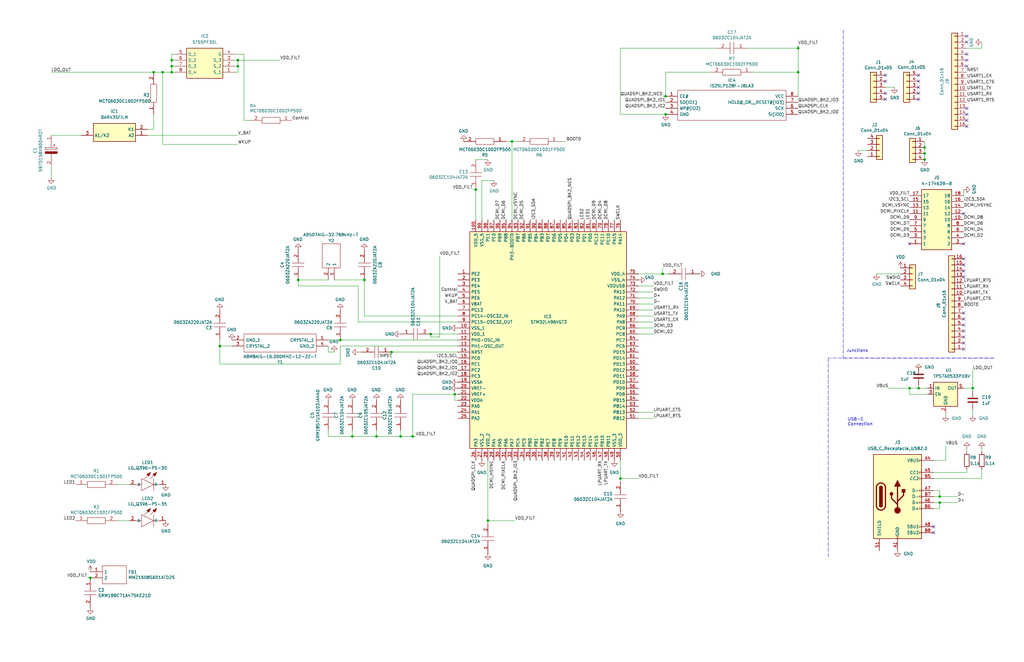
<source format=kicad_sch>
(kicad_sch (version 20231120) (generator "eeschema") (generator_version "8.0")
  (paper "User" 431.8 279.4)
  (junction (at 158.75 184.15))
  (junction (at 125.73 118.11))
  (junction (at 173.99 184.15))
  (junction (at 279.4 115.57))
  (junction (at 387.35 163.83))
  (junction (at 64.77 30.48))
  (junction (at 181.61 140.97))
  (junction (at 280.67 40.64))
  (junction (at 261.62 201.93))
  (junction (at 72.39 25.4))
  (junction (at 200.66 80.01))
  (junction (at 100.33 25.4))
  (junction (at 165.1 148.59))
  (junction (at 100.33 27.94))
  (junction (at 215.9 59.69))
  (junction (at 38.1 243.84))
  (junction (at 168.91 184.15))
  (junction (at 68.58 30.48))
  (junction (at 396.24 209.55))
  (junction (at 389.89 67.31))
  (junction (at 153.67 118.11))
  (junction (at 383.54 163.83))
  (junction (at 280.67 48.26))
  (junction (at 389.89 64.77))
  (junction (at 389.89 62.23))
  (junction (at 191.77 166.37))
  (junction (at 143.51 143.51))
  (junction (at 410.21 163.83))
  (junction (at 92.71 146.05))
  (junction (at 72.39 30.48))
  (junction (at 72.39 27.94))
  (junction (at 396.24 212.09))
  (junction (at 148.59 184.15))
  (junction (at 336.55 20.32))
  (junction (at 205.74 219.71))
  (junction (at 336.55 30.48))
  (no_connect (at 406.4 132.08))
  (no_connect (at 406.4 111.76))
  (no_connect (at 407.67 48.26))
  (no_connect (at 407.67 25.4))
  (no_connect (at 383.54 102.87))
  (no_connect (at 387.35 31.75))
  (no_connect (at 387.35 41.91))
  (no_connect (at 406.4 134.62))
  (no_connect (at 406.4 109.22))
  (no_connect (at 406.4 102.87))
  (no_connect (at 406.4 139.7))
  (no_connect (at 406.4 142.24))
  (no_connect (at 373.38 41.91))
  (no_connect (at 373.38 34.29))
  (no_connect (at 407.67 27.94))
  (no_connect (at 407.67 15.24))
  (no_connect (at 393.7 224.79))
  (no_connect (at 393.7 222.25))
  (no_connect (at 406.4 137.16))
  (no_connect (at 406.4 147.32))
  (no_connect (at 406.4 114.3))
  (no_connect (at 407.67 45.72))
  (no_connect (at 406.4 90.17))
  (no_connect (at 373.38 39.37))
  (no_connect (at 387.35 36.83))
  (no_connect (at 407.67 53.34))
  (no_connect (at 406.4 116.84))
  (no_connect (at 373.38 31.75))
  (no_connect (at 407.67 22.86))
  (no_connect (at 406.4 144.78))
  (no_connect (at 407.67 17.78))
  (no_connect (at 387.35 34.29))
  (no_connect (at 387.35 39.37))
  (no_connect (at 407.67 50.8))
  (wire (pts (xy 389.89 67.31) (xy 389.89 64.77)))
  (wire (pts (xy 100.33 25.4) (xy 118.11 25.4)))
  (wire (pts (xy 100.33 30.48) (xy 99.06 30.48)))
  (wire (pts (xy 165.1 151.13) (xy 165.1 148.59)))
  (wire (pts (xy 369.57 115.57) (xy 379.73 115.57)))
  (wire (pts (xy 261.62 48.26) (xy 261.62 20.32)))
  (wire (pts (xy 173.99 184.15) (xy 168.91 184.15)))
  (wire (pts (xy 68.58 30.48) (xy 68.58 60.96)))
  (wire (pts (xy 396.24 212.09) (xy 403.86 212.09)))
  (wire (pts (xy 72.39 27.94) (xy 73.66 27.94)))
  (wire (pts (xy 64.77 30.48) (xy 68.58 30.48)))
  (wire (pts (xy 143.51 146.05) (xy 193.04 146.05)))
  (wire (pts (xy 102.87 50.8) (xy 105.41 50.8)))
  (wire (pts (xy 410.21 163.83) (xy 410.21 165.1)))
  (wire (pts (xy 383.54 166.37) (xy 383.54 163.83)))
  (wire (pts (xy 38.1 243.84) (xy 36.83 243.84)))
  (wire (pts (xy 200.66 80.01) (xy 199.39 80.01)))
  (polyline (pts (xy 349.25 151.13) (xy 349.25 234.95)) (stroke (width 0) (type dash)))
  (wire (pts (xy 102.87 22.86) (xy 102.87 50.8)))
  (wire (pts (xy 391.16 166.37) (xy 383.54 166.37)))
  (wire (pts (xy 275.59 125.73) (xy 269.24 125.73)))
  (wire (pts (xy 275.59 130.81) (xy 269.24 130.81)))
  (wire (pts (xy 280.67 40.64) (xy 279.4 40.64)))
  (wire (pts (xy 215.9 59.69) (xy 215.9 92.71)))
  (wire (pts (xy 72.39 25.4) (xy 73.66 25.4)))
  (polyline (pts (xy 355.6 151.13) (xy 419.1 151.13)) (stroke (width 0) (type dash)))
  (wire (pts (xy 205.74 219.71) (xy 217.17 219.71)))
  (wire (pts (xy 151.13 135.89) (xy 193.04 135.89)))
  (wire (pts (xy 72.39 25.4) (xy 72.39 27.94)))
  (wire (pts (xy 200.66 67.31) (xy 205.74 67.31)))
  (wire (pts (xy 396.24 209.55) (xy 403.86 209.55)))
  (wire (pts (xy 275.59 133.35) (xy 269.24 133.35)))
  (wire (pts (xy 100.33 27.94) (xy 100.33 30.48)))
  (wire (pts (xy 407.67 189.23) (xy 407.67 190.5)))
  (wire (pts (xy 215.9 59.69) (xy 218.44 59.69)))
  (wire (pts (xy 151.13 148.59) (xy 152.4 148.59)))
  (wire (pts (xy 269.24 201.93) (xy 261.62 201.93)))
  (wire (pts (xy 72.39 30.48) (xy 73.66 30.48)))
  (wire (pts (xy 191.77 166.37) (xy 193.04 166.37)))
  (wire (pts (xy 393.7 194.31) (xy 398.78 194.31)))
  (wire (pts (xy 275.59 173.99) (xy 269.24 173.99)))
  (wire (pts (xy 62.23 57.15) (xy 100.33 57.15)))
  (wire (pts (xy 336.55 20.32) (xy 336.55 30.48)))
  (wire (pts (xy 407.67 199.39) (xy 407.67 198.12)))
  (wire (pts (xy 181.61 142.24) (xy 181.61 140.97)))
  (wire (pts (xy 261.62 20.32) (xy 302.26 20.32)))
  (wire (pts (xy 49.53 219.71) (xy 54.61 219.71)))
  (wire (pts (xy 410.21 156.21) (xy 410.21 163.83)))
  (wire (pts (xy 336.55 40.64) (xy 336.55 30.48)))
  (wire (pts (xy 389.89 62.23) (xy 389.89 59.69)))
  (wire (pts (xy 173.99 184.15) (xy 173.99 166.37)))
  (wire (pts (xy 138.43 118.11) (xy 125.73 118.11)))
  (wire (pts (xy 414.02 189.23) (xy 414.02 190.5)))
  (wire (pts (xy 158.75 181.61) (xy 158.75 184.15)))
  (wire (pts (xy 203.2 92.71) (xy 203.2 76.2)))
  (wire (pts (xy 21.59 74.93) (xy 21.59 69.85)))
  (wire (pts (xy 393.7 199.39) (xy 407.67 199.39)))
  (wire (pts (xy 398.78 175.26) (xy 398.78 173.99)))
  (wire (pts (xy 185.42 142.24) (xy 181.61 142.24)))
  (wire (pts (xy 280.67 48.26) (xy 261.62 48.26)))
  (wire (pts (xy 140.97 148.59) (xy 138.43 148.59)))
  (wire (pts (xy 398.78 194.31) (xy 398.78 187.96)))
  (wire (pts (xy 68.58 30.48) (xy 72.39 30.48)))
  (wire (pts (xy 406.4 80.01) (xy 406.4 82.55)))
  (wire (pts (xy 143.51 153.67) (xy 92.71 153.67)))
  (wire (pts (xy 275.59 123.19) (xy 269.24 123.19)))
  (wire (pts (xy 377.19 36.83) (xy 373.38 36.83)))
  (wire (pts (xy 99.06 27.94) (xy 100.33 27.94)))
  (wire (pts (xy 393.7 214.63) (xy 396.24 214.63)))
  (wire (pts (xy 275.59 140.97) (xy 269.24 140.97)))
  (wire (pts (xy 275.59 135.89) (xy 269.24 135.89)))
  (polyline (pts (xy 419.1 151.13) (xy 349.25 151.13)) (stroke (width 0) (type dash)))
  (wire (pts (xy 387.35 163.83) (xy 391.16 163.83)))
  (wire (pts (xy 165.1 148.59) (xy 193.04 148.59)))
  (wire (pts (xy 205.74 194.31) (xy 205.74 219.71)))
  (wire (pts (xy 393.7 212.09) (xy 396.24 212.09)))
  (wire (pts (xy 387.35 154.94) (xy 387.35 156.21)))
  (wire (pts (xy 336.55 30.48) (xy 317.5 30.48)))
  (wire (pts (xy 97.79 146.05) (xy 92.71 146.05)))
  (wire (pts (xy 68.58 60.96) (xy 100.33 60.96)))
  (wire (pts (xy 173.99 184.15) (xy 175.26 184.15)))
  (wire (pts (xy 21.59 30.48) (xy 64.77 30.48)))
  (wire (pts (xy 138.43 148.59) (xy 138.43 146.05)))
  (wire (pts (xy 73.66 22.86) (xy 72.39 22.86)))
  (wire (pts (xy 279.4 115.57) (xy 281.94 115.57)))
  (wire (pts (xy 49.53 204.47) (xy 54.61 204.47)))
  (wire (pts (xy 407.67 20.32) (xy 414.02 20.32)))
  (wire (pts (xy 64.77 48.26) (xy 64.77 54.61)))
  (wire (pts (xy 92.71 146.05) (xy 92.71 143.51)))
  (wire (pts (xy 148.59 181.61) (xy 148.59 184.15)))
  (wire (pts (xy 365.76 63.5) (xy 361.95 63.5)))
  (wire (pts (xy 138.43 184.15) (xy 138.43 181.61)))
  (wire (pts (xy 191.77 168.91) (xy 191.77 166.37)))
  (wire (pts (xy 406.4 163.83) (xy 410.21 163.83)))
  (wire (pts (xy 72.39 22.86) (xy 72.39 25.4)))
  (wire (pts (xy 387.35 162.56) (xy 387.35 163.83)))
  (wire (pts (xy 153.67 118.11) (xy 140.97 118.11)))
  (wire (pts (xy 205.74 219.71) (xy 205.74 220.98)))
  (wire (pts (xy 275.59 176.53) (xy 269.24 176.53)))
  (wire (pts (xy 191.77 166.37) (xy 173.99 166.37)))
  (wire (pts (xy 383.54 163.83) (xy 387.35 163.83)))
  (wire (pts (xy 168.91 181.61) (xy 168.91 184.15)))
  (wire (pts (xy 185.42 107.95) (xy 185.42 142.24)))
  (wire (pts (xy 374.65 163.83) (xy 383.54 163.83)))
  (wire (pts (xy 92.71 153.67) (xy 92.71 146.05)))
  (wire (pts (xy 275.59 138.43) (xy 269.24 138.43)))
  (wire (pts (xy 143.51 146.05) (xy 143.51 153.67)))
  (wire (pts (xy 280.67 30.48) (xy 299.72 30.48)))
  (wire (pts (xy 389.89 64.77) (xy 389.89 62.23)))
  (wire (pts (xy 148.59 184.15) (xy 138.43 184.15)))
  (wire (pts (xy 200.66 92.71) (xy 200.66 80.01)))
  (wire (pts (xy 62.23 54.61) (xy 64.77 54.61)))
  (wire (pts (xy 261.62 201.93) (xy 261.62 203.2)))
  (wire (pts (xy 275.59 128.27) (xy 269.24 128.27)))
  (wire (pts (xy 213.36 59.69) (xy 215.9 59.69)))
  (wire (pts (xy 151.13 135.89) (xy 151.13 120.65)))
  (wire (pts (xy 280.67 40.64) (xy 280.67 30.48)))
  (wire (pts (xy 414.02 201.93) (xy 414.02 198.12)))
  (wire (pts (xy 279.4 113.03) (xy 279.4 115.57)))
  (wire (pts (xy 393.7 207.01) (xy 396.24 207.01)))
  (wire (pts (xy 181.61 140.97) (xy 193.04 140.97)))
  (wire (pts (xy 125.73 120.65) (xy 125.73 118.11)))
  (wire (pts (xy 143.51 143.51) (xy 193.04 143.51)))
  (wire (pts (xy 396.24 212.09) (xy 396.24 214.63)))
  (wire (pts (xy 99.06 25.4) (xy 100.33 25.4)))
  (wire (pts (xy 261.62 194.31) (xy 261.62 201.93)))
  (polyline (pts (xy 355.6 12.7) (xy 355.6 151.13)) (stroke (width 0) (type dash)))
  (wire (pts (xy 193.04 168.91) (xy 191.77 168.91)))
  (wire (pts (xy 414.02 20.32) (xy 414.02 17.78)))
  (wire (pts (xy 143.51 143.51) (xy 138.43 143.51)))
  (wire (pts (xy 396.24 209.55) (xy 393.7 209.55)))
  (wire (pts (xy 269.24 115.57) (xy 279.4 115.57)))
  (wire (pts (xy 100.33 25.4) (xy 100.33 27.94)))
  (wire (pts (xy 393.7 201.93) (xy 414.02 201.93)))
  (wire (pts (xy 238.76 59.69) (xy 236.22 59.69)))
  (wire (pts (xy 168.91 184.15) (xy 158.75 184.15)))
  (wire (pts (xy 203.2 76.2) (xy 208.28 76.2)))
  (wire (pts (xy 151.13 120.65) (xy 125.73 120.65)))
  (wire (pts (xy 275.59 120.65) (xy 269.24 120.65)))
  (wire (pts (xy 314.96 20.32) (xy 336.55 20.32)))
  (wire (pts (xy 410.21 175.26) (xy 410.21 172.72)))
  (wire (pts (xy 72.39 27.94) (xy 72.39 30.48)))
  (wire (pts (xy 336.55 20.32) (xy 336.55 19.05)))
  (wire (pts (xy 153.67 133.35) (xy 153.67 118.11)))
  (wire (pts (xy 153.67 133.35) (xy 193.04 133.35)))
  (wire (pts (xy 158.75 184.15) (xy 148.59 184.15)))
  (wire (pts (xy 21.59 57.15) (xy 34.29 57.15)))
  (wire (pts (xy 99.06 22.86) (xy 102.87 22.86)))
  (wire (pts (xy 396.24 207.01) (xy 396.24 209.55)))
  (text "Junctions" (at 356.87 148.844 0) (effects (font (size 1.27 1.27)) (justify left bottom)))
  (text "USB-C \nConnection" (at 357.378 179.832 0) (effects (font (size 1.27 1.27)) (justify left bottom)))
  (label "LPUART_TX" (at 406.4 124.46 0))
  (label "D-" (at 403.86 209.55 0))
  (label "DCMI_D9" (at 383.54 92.71 180))
  (label "QUADSPI_BK2_IO0" (at 193.04 153.67 180))
  (label "VDD_FILT" (at 199.39 80.01 180))
  (label "QUADSPI_BK2_IO1" (at 280.67 43.18 180))
  (label "VDD_FILT" (at 269.24 201.93 0))
  (label "USART1_CTS" (at 407.67 35.56 0))
  (label "DCMI_D5" (at 383.54 97.79 180))
  (label "VDD_FILT" (at 175.26 184.15 0))
  (label "QUADSPI_BK2_IO2" (at 193.04 158.75 180))
  (label "VBUS" (at 398.78 187.96 0))
  (label "USART1_RX" (at 407.67 40.64 0))
  (label "QUADSPI_BK2_IO1" (at 193.04 156.21 180))
  (label "DCMI_PIXCLK" (at 213.36 194.31 270))
  (label "SWCLK" (at 261.62 92.71 90))
  (label "I2C3_SDA" (at 226.06 92.71 90))
  (label "I2C3_SDA" (at 406.4 85.09 0))
  (label "DCMI_D5" (at 220.98 92.71 90))
  (label "VDD_FILT" (at 36.83 243.84 180))
  (label "NRST" (at 407.67 30.48 0))
  (label "DCMI_D2" (at 275.59 140.97 0))
  (label "DCMI_D7" (at 383.54 95.25 180))
  (label "DCMI_VSYNC" (at 383.54 87.63 180))
  (label "LED2" (at 31.75 219.71 180))
  (label "D+" (at 403.86 212.09 0))
  (label "QUADSPI_CLK" (at 200.66 194.31 270))
  (label "VDD_FILT" (at 279.4 113.03 0))
  (label "LPUART_RX" (at 406.4 121.92 0))
  (label "D+" (at 275.59 125.73 0))
  (label "DCMI_D3" (at 383.54 100.33 180))
  (label "I2C3_SCL" (at 383.54 85.09 180))
  (label "VDD_FILT" (at 118.11 25.4 0))
  (label "V_BAT" (at 193.04 128.27 180))
  (label "QUADSPI_BK2_IO2" (at 280.67 45.72 180))
  (label "VBUS" (at 374.65 163.83 180))
  (label "Control" (at 123.19 50.8 0))
  (label "LPUART_RTS" (at 275.59 176.53 0))
  (label "I2C3_SCL" (at 193.04 151.13 180))
  (label "LDO_OUT" (at 21.59 30.48 0))
  (label "VDD_FILT" (at 275.59 120.65 0))
  (label "VDD_FILT" (at 336.55 19.05 0))
  (label "DCMI_PIXCLK" (at 383.54 90.17 180))
  (label "BOOT0" (at 406.4 129.54 0))
  (label "QUADSPI_BK2_IO3" (at 218.44 194.31 270))
  (label "QUADSPI_CLK" (at 336.55 45.72 0))
  (label "QUADSPI_BK2_IO3" (at 336.55 43.18 0))
  (label "LPUART_RTS" (at 406.4 119.38 0))
  (label "WKUP" (at 100.33 60.96 0))
  (label "BOOT0" (at 238.76 59.69 0))
  (label "SWDIO" (at 275.59 123.19 0))
  (label "DCMI_D3" (at 275.59 138.43 0))
  (label "VDD_FILT" (at 217.17 219.71 0))
  (label "USART1_CK" (at 407.67 33.02 0))
  (label "LPUART_TX" (at 256.54 194.31 270))
  (label "VDD_FILT" (at 383.54 82.55 180))
  (label "DCMI_VSYNC" (at 218.44 92.71 90))
  (label "Control" (at 193.04 123.19 180))
  (label "USART1_TX" (at 275.59 133.35 0))
  (label "LED1" (at 31.75 204.47 180))
  (label "DCMI_D8" (at 406.4 92.71 0))
  (label "WKUP" (at 193.04 125.73 180))
  (label "LPUART_RX" (at 254 194.31 270))
  (label "SWCLK" (at 379.73 120.65 180))
  (label "DCMI_D2" (at 406.4 100.33 0))
  (label "DCMI_D6" (at 213.36 92.71 90))
  (label "DCMI_D7" (at 210.82 92.71 90))
  (label "DCMI_HSYNC" (at 208.28 194.31 270))
  (label "LED2" (at 246.38 92.71 90))
  (label "DCMI_D4" (at 406.4 97.79 0))
  (label "DCMI_D4" (at 254 92.71 90))
  (label "SWDIO" (at 379.73 118.11 180))
  (label "V_BAT" (at 100.33 57.15 0))
  (label "DCMI_D9" (at 251.46 92.71 90))
  (label "DCMI_D8" (at 256.54 92.71 90))
  (label "D-" (at 275.59 128.27 0))
  (label "DCMI_HSYNC" (at 406.4 87.63 0))
  (label "USART1_TX" (at 407.67 38.1 0))
  (label "USART1_RTS" (at 407.67 43.18 0))
  (label "USART1_CK" (at 275.59 135.89 0))
  (label "LDO_OUT" (at 410.21 156.21 0))
  (label "DCMI_D6" (at 406.4 95.25 0))
  (label "LPUART_CTS" (at 275.59 173.99 0))
  (label "QUADSPI_BK2_IO0" (at 336.55 48.26 0))
  (label "LED1" (at 248.92 92.71 90))
  (label "USART1_RX" (at 275.59 130.81 0))
  (label "NRST" (at 165.1 151.13 180))
  (label "LPUART_CTS" (at 406.4 127 0))
  (label "VDD_FILT" (at 185.42 107.95 0))
  (label "QUADSPI_BK2_NCS" (at 279.4 40.64 180))
  (label "QUADSPI_BK2_NCS" (at 241.3 92.71 90))
  (symbol (lib_id "ta-expt:597D158X9004R2T") (at 21.59 57.15 270) (unit 1)
    (property "Reference" "C1" (at 14.8082 63.5 0))
    (property "Value" "597D158X9004R2T" (at 17.1196 63.5 0))
    (property "Footprint" "ta-expt-v2-100:CAPPC5660X400N" (effects (hide yes)))
    (property "Datasheet" "http://www.vishay.com/doc?40047" (effects (hide yes)))
    (property "Description" "Solid Tantalum Chip Capacitors TANTAMOUNT(TM), Ultra-Low ESR, Conformal Coated, Maximum CV" (effects (hide yes)))
    (property "Height" "4" (effects (hide yes)))
    (property "Manufacturer_Name" "Vishay" (effects (hide yes)))
    (property "Manufacturer_Part_Number" "597D158X9004R2T" (effects (hide yes)))
    (property "Arrow Part Number" "597D158X9004R2T" (effects (hide yes)))
    (property "Arrow Price/Stock" "https://www.arrow.com/en/products/597d158x9004r2t/vishay" (effects (hide yes)))
    (property "Mouser Part Number" "71-597D158X9004R2T" (effects (hide yes)))
    (property "Mouser Price/Stock" "https://www.mouser.com/Search/Refine.aspx?Keyword=71-597D158X9004R2T" (effects (hide yes)))
  )
  (symbol (lib_id "power:GND") (at 21.59 74.93 0) (unit 1)
    (property "Reference" "#PWR01" (effects (hide yes)))
    (property "Value" "GND" (at 21.717 79.3242 0))
  )
  (symbol (lib_id "ta-expt:IS25LP128F-JBLA3") (at 280.67 40.64 0) (unit 1)
    (property "Reference" "IC4" (at 308.61 33.909 0))
    (property "Value" "IS25LP128F-JBLA3" (at 308.61 36.2204 0))
    (property "Footprint" "ta-expt-v2-100:SOIC127P790X216-8N" (effects (hide yes)))
    (property "Datasheet" "http://www.issi.com/WW/pdf/25LP-WP128F.pdf" (effects (hide yes)))
    (property "Description" "NOR Flash 128M 2.3-3.6V 166Mhz Serial NOR Flash" (effects (hide yes)))
    (property "Height" "2.16" (effects (hide yes)))
    (property "Manufacturer_Name" "Integrated Silicon Solution Inc." (effects (hide yes)))
    (property "Manufacturer_Part_Number" "IS25LP128F-JBLA3" (effects (hide yes)))
    (property "Arrow Part Number" "IS25LP128F-JBLA3" (effects (hide yes)))
    (property "Arrow Price/Stock" "https://www.arrow.com/en/products/is25lp128f-jbla3/integrated-silicon-solution-inc" (effects (hide yes)))
    (property "Mouser Part Number" "870-IS25LP128F-JBLA3" (effects (hide yes)))
    (property "Mouser Price/Stock" "https://www.mouser.co.uk/ProductDetail/ISSI/IS25LP128F-JBLA3?qs=f9yNj16SXrJUIEEJAN4gHA%3D%3D" (effects (hide yes)))
  )
  (symbol (lib_id "ta-expt:0603ZC104JAT2A") (at 314.96 20.32 0) (mirror y) (unit 1)
    (property "Reference" "C17" (at 308.61 13.589 0))
    (property "Value" "0603ZC104JAT2A" (at 308.61 15.9004 0))
    (property "Footprint" "ta-expt-v2-100:CAPC1608X90N" (effects (hide yes)))
    (property "Datasheet" "https://componentsearchengine.com/Datasheets/1/06031A100FAT2A.pdf" (effects (hide yes)))
    (property "Description" "Multilayer Ceramic Capacitors MLCC - SMD/SMT 10V .1uF X7R 0603 5%" (effects (hide yes)))
    (property "Height" "0.9" (effects (hide yes)))
    (property "Manufacturer_Name" "AVX" (effects (hide yes)))
    (property "Manufacturer_Part_Number" "0603ZC104JAT2A" (effects (hide yes)))
    (property "Arrow Part Number" "0603ZC104JAT2A" (effects (hide yes)))
    (property "Mouser Part Number" "581-0603ZC104JAT2A" (effects (hide yes)))
    (property "Mouser Price/Stock" "https://www.mouser.com/Search/Refine.aspx?Keyword=581-0603ZC104JAT2A" (effects (hide yes)))
  )
  (symbol (lib_id "ta-expt:MCT06030C1002FP500") (at 317.5 30.48 0) (mirror y) (unit 1)
    (property "Reference" "R7" (at 308.61 24.765 0))
    (property "Value" "MCT06030C1002FP500" (at 308.61 27.0764 0))
    (property "Footprint" "ta-expt-v2-100:RESC1608X55N" (effects (hide yes)))
    (property "Datasheet" "http://www.vishay.com/docs/28705/mcx0x0xpro.pdf" (effects (hide yes)))
    (property "Description" "Thin Film Resistors - SMD .1W 10Kohms 1% 0603 50ppm Auto" (effects (hide yes)))
    (property "Height" "0.55" (effects (hide yes)))
    (property "Manufacturer_Name" "Vishay" (effects (hide yes)))
    (property "Manufacturer_Part_Number" "MCT06030C1002FP500" (effects (hide yes)))
    (property "Arrow Part Number" "MCT06030C1002FP500" (effects (hide yes)))
    (property "Mouser Part Number" "594-MCT06030C1002FP5" (effects (hide yes)))
    (property "Mouser Price/Stock" "https://www.mouser.co.uk/ProductDetail/Vishay-Beyschlag/MCT06030C1002FP500?qs=Wvg1umJc15zoHgIjwqoGHw%3D%3D" (effects (hide yes)))
  )
  (symbol (lib_id "Connector_Generic:Conn_01x16") (at 401.32 129.54 180) (unit 1)
    (property "Reference" "J8" (at 395.732 129.032 90))
    (property "Value" "Conn_01x16" (at 398.1196 128.1684 90))
    (property "Footprint" "ta-expt-v2-100:PinSocket_1x16_TartanArtibeus" (effects (hide yes)))
  )
  (symbol (lib_id "Connector_Generic:Conn_01x16") (at 402.59 33.02 0) (mirror y) (unit 1)
    (property "Reference" "J9" (at 399.415 34.3916 90))
    (property "Value" "Conn_01x16" (at 397.1036 34.3916 90))
    (property "Footprint" "ta-expt-v2-100:PinSocket_1x16_TartanArtibeus" (effects (hide yes)))
  )
  (symbol (lib_id "power:GND") (at 414.02 17.78 270) (unit 1)
    (property "Reference" "#PWR042" (effects (hide yes)))
    (property "Value" "GND" (at 409.6258 17.907 0))
  )
  (symbol (lib_id "ta-expt:MCT06030C1001FP500") (at 31.75 204.47 0) (unit 1)
    (property "Reference" "R1" (at 40.64 198.755 0))
    (property "Value" "MCT06030C1001FP500" (at 40.64 201.0664 0))
    (property "Footprint" "ta-expt-v2-100:RESC1608X55N" (effects (hide yes)))
    (property "Datasheet" "http://www.vishay.com/docs/28705/mcx0x0xpro.pdf" (effects (hide yes)))
    (property "Description" "Thin Film Resistors - SMD .1W 1Kohm 1% 0603 50ppm Auto" (effects (hide yes)))
    (property "Height" "0.55" (effects (hide yes)))
    (property "Manufacturer_Name" "Vishay" (effects (hide yes)))
    (property "Manufacturer_Part_Number" "MCT06030C1001FP500" (effects (hide yes)))
    (property "Arrow Part Number" "MCT06030C1001FP500" (effects (hide yes)))
    (property "Mouser Part Number" "594-MCT06030C1001FP5" (effects (hide yes)))
    (property "Mouser Price/Stock" "https://www.mouser.co.uk/ProductDetail/Vishay-Beyschlag/MCT06030C1001FP500?qs=7ZE6F4QMOBbsjeUdqW8cwA%3D%3D" (effects (hide yes)))
  )
  (symbol (lib_id "ta-expt:MCT06030C1001FP500") (at 31.75 219.71 0) (unit 1)
    (property "Reference" "R2" (at 40.64 213.995 0))
    (property "Value" "MCT06030C1001FP500" (at 40.64 216.3064 0))
    (property "Footprint" "ta-expt-v2-100:RESC1608X55N" (effects (hide yes)))
    (property "Datasheet" "http://www.vishay.com/docs/28705/mcx0x0xpro.pdf" (effects (hide yes)))
    (property "Description" "Thin Film Resistors - SMD .1W 1Kohm 1% 0603 50ppm Auto" (effects (hide yes)))
    (property "Height" "0.55" (effects (hide yes)))
    (property "Manufacturer_Name" "Vishay" (effects (hide yes)))
    (property "Manufacturer_Part_Number" "MCT06030C1001FP500" (effects (hide yes)))
    (property "Arrow Part Number" "MCT06030C1001FP500" (effects (hide yes)))
    (property "Mouser Part Number" "594-MCT06030C1001FP5" (effects (hide yes)))
    (property "Mouser Price/Stock" "https://www.mouser.co.uk/ProductDetail/Vishay-Beyschlag/MCT06030C1001FP500?qs=7ZE6F4QMOBbsjeUdqW8cwA%3D%3D" (effects (hide yes)))
  )
  (symbol (lib_id "ta-expt:LG_Q396-PS-35") (at 69.85 204.47 0) (mirror y) (unit 1)
    (property "Reference" "LED1" (at 62.23 195.1482 0))
    (property "Value" "LG_Q396-PS-35" (at 62.23 197.4596 0))
    (property "Footprint" "ta-expt-v2-100:LGQ396PS35" (effects (hide yes)))
    (property "Datasheet" "https://mouser.componentsearchengine.com/Datasheets/2/LG%20Q396-PS-35.pdf" (effects (hide yes)))
    (property "Description" "CHIPLED 0603 GREEN" (effects (hide yes)))
    (property "Height" "0.4" (effects (hide yes)))
    (property "Manufacturer_Name" "OSRAM" (effects (hide yes)))
    (property "Manufacturer_Part_Number" "LG Q396-PS-35" (effects (hide yes)))
    (property "Arrow Part Number" "LG Q396-PS-35" (effects (hide yes)))
    (property "Arrow Price/Stock" "https://www.arrow.com/en/products/lgq396-ps-35/osram-opto-semiconductors" (effects (hide yes)))
    (property "Mouser Part Number" "720-LGQ396A3964" (effects (hide yes)))
    (property "Mouser Price/Stock" "https://www.mouser.co.uk/ProductDetail/OSRAM-Opto-Semiconductors/LG-Q396-PS-35?qs=xC%252BE9h5iuX5%252BCocujXxOpw%3D%3D" (effects (hide yes)))
  )
  (symbol (lib_id "power:GND") (at 69.85 204.47 0) (unit 1)
    (property "Reference" "#PWR04" (effects (hide yes)))
    (property "Value" "GND" (at 69.977 208.8642 0))
  )
  (symbol (lib_id "ta-expt:LG_Q396-PS-35") (at 69.85 219.71 0) (mirror y) (unit 1)
    (property "Reference" "LED2" (at 62.23 210.3882 0))
    (property "Value" "LG_Q396-PS-35" (at 62.23 212.6996 0))
    (property "Footprint" "ta-expt-v2-100:LGQ396PS35" (effects (hide yes)))
    (property "Datasheet" "https://mouser.componentsearchengine.com/Datasheets/2/LG%20Q396-PS-35.pdf" (effects (hide yes)))
    (property "Description" "CHIPLED 0603 GREEN" (effects (hide yes)))
    (property "Height" "0.4" (effects (hide yes)))
    (property "Manufacturer_Name" "OSRAM" (effects (hide yes)))
    (property "Manufacturer_Part_Number" "LG Q396-PS-35" (effects (hide yes)))
    (property "Arrow Part Number" "LG Q396-PS-35" (effects (hide yes)))
    (property "Arrow Price/Stock" "https://www.arrow.com/en/products/lgq396-ps-35/osram-opto-semiconductors" (effects (hide yes)))
    (property "Mouser Part Number" "720-LGQ396A3964" (effects (hide yes)))
    (property "Mouser Price/Stock" "https://www.mouser.co.uk/ProductDetail/OSRAM-Opto-Semiconductors/LG-Q396-PS-35?qs=xC%252BE9h5iuX5%252BCocujXxOpw%3D%3D" (effects (hide yes)))
  )
  (symbol (lib_id "power:GND") (at 69.85 219.71 0) (unit 1)
    (property "Reference" "#PWR05" (effects (hide yes)))
    (property "Value" "GND" (at 69.977 224.1042 0))
  )
  (symbol (lib_id "Connector_Generic:Conn_01x04") (at 384.81 115.57 0) (unit 1)
    (property "Reference" "J7" (at 386.842 115.7732 0) (effects (justify left)))
    (property "Value" "Conn_01x04" (at 386.842 118.0846 0) (effects (justify left)))
    (property "Footprint" "ta-expt-v2-100:PinSocket_4x1_TartanArtibeus" (effects (hide yes)))
  )
  (symbol (lib_id "power:GND") (at 369.57 115.57 0) (unit 1)
    (property "Reference" "#PWR032" (effects (hide yes)))
    (property "Value" "GND" (at 369.697 119.9642 0))
  )
  (symbol (lib_id "Connector_Generic:Conn_01x04") (at 370.84 63.5 0) (mirror x) (unit 1)
    (property "Reference" "J2" (at 368.7572 52.705 0))
    (property "Value" "Conn_01x04" (at 368.7572 55.0164 0))
    (property "Footprint" "ta-expt-v2-100:PinSocket_4x1_TartanArtibeus" (effects (hide yes)))
  )
  (symbol (lib_id "power:VDD") (at 379.73 113.03 0) (unit 1)
    (property "Reference" "#PWR035" (effects (hide yes)))
    (property "Value" "VDD" (at 379.73 108.458 0))
  )
  (symbol (lib_id "ta-expt:MMZ1608S601ATD25") (at 38.1 241.3 0) (unit 1)
    (property "Reference" "FB1" (at 54.0512 241.4016 0) (effects (justify left)))
    (property "Value" "MMZ1608S601ATD25" (at 54.0512 243.713 0) (effects (justify left)))
    (property "Footprint" "ta-expt-v2-100:BEADC1608X95N" (effects (hide yes)))
    (property "Datasheet" "https://datasheet.datasheetarchive.com/originals/dk/DKDS-25/489214.pdf" (effects (hide yes)))
    (property "Description" "Ferrite Beads Multi-Layer 600Ohm 25% 100MHz 500mA 350mOhm DCR 0603 Automotive T/R" (effects (hide yes)))
    (property "Height" "0.95" (effects (hide yes)))
    (property "Manufacturer_Name" "TDK" (effects (hide yes)))
    (property "Manufacturer_Part_Number" "MMZ1608S601ATD25" (effects (hide yes)))
    (property "Arrow Part Number" "MMZ1608S601ATD25" (effects (hide yes)))
    (property "Arrow Price/Stock" "https://www.arrow.com/en/products/mmz1608s601atd25/tdk" (effects (hide yes)))
    (property "Mouser Part Number" "810-MMZ1608S601ATD25" (effects (hide yes)))
    (property "Mouser Price/Stock" "https://www.mouser.com/Search/Refine.aspx?Keyword=810-MMZ1608S601ATD25" (effects (hide yes)))
  )
  (symbol (lib_id "Connector_Generic:Conn_01x05") (at 382.27 36.83 180) (unit 1)
    (property "Reference" "J4" (at 384.3528 26.035 0))
    (property "Value" "Conn_01x05" (at 384.3528 28.3464 0))
    (property "Footprint" "ta-expt-v2-100:PinSocket_1x5_TartanArtibeus" (effects (hide yes)))
  )
  (symbol (lib_id "ta-expt:GRM188C71A475KE21D") (at 38.1 243.84 270) (unit 1)
    (property "Reference" "C2" (at 41.3512 249.0216 90) (effects (justify left)))
    (property "Value" "GRM188C71A475KE21D" (at 41.3512 251.333 90) (effects (justify left)))
    (property "Footprint" "ta-expt-v2-100:CAPC1608X90N" (effects (hide yes)))
    (property "Description" "Multilayer Ceramic Capacitors MLCC - SMD/SMT" (effects (hide yes)))
    (property "Height" "0.9" (effects (hide yes)))
    (property "Manufacturer_Name" "Murata Electronics" (effects (hide yes)))
    (property "Manufacturer_Part_Number" "GRM188C71A475KE21D" (effects (hide yes)))
    (property "Arrow Part Number" "GRM188C71A475KE21D" (effects (hide yes)))
    (property "Mouser Part Number" "81-GRM188C71A475KE2D" (effects (hide yes)))
    (property "Mouser Price/Stock" "https://www.mouser.com/Search/Refine.aspx?Keyword=81-GRM188C71A475KE2D" (effects (hide yes)))
  )
  (symbol (lib_id "power:GND") (at 38.1 256.54 0) (unit 1)
    (property "Reference" "#PWR03" (effects (hide yes)))
    (property "Value" "GND" (at 38.227 260.9342 0))
  )
  (symbol (lib_id "power:VDD") (at 38.1 241.3 0) (unit 1)
    (property "Reference" "#PWR02" (effects (hide yes)))
    (property "Value" "VDD" (at 38.481 236.9058 0))
  )
  (symbol (lib_id "Connector_Generic:Conn_01x05") (at 368.3 36.83 0) (mirror y) (unit 1)
    (property "Reference" "J1" (at 370.3828 26.2382 0))
    (property "Value" "Conn_01x05" (at 370.3828 28.5496 0))
    (property "Footprint" "ta-expt-v2-100:PinSocket_1x5_TartanArtibeus" (effects (hide yes)))
  )
  (symbol (lib_id "power:GND") (at 361.95 63.5 0) (unit 1)
    (property "Reference" "#PWR031" (effects (hide yes)))
    (property "Value" "GND" (at 362.077 67.8942 0))
  )
  (symbol (lib_id "power:GND") (at 377.19 36.83 0) (unit 1)
    (property "Reference" "#PWR033" (effects (hide yes)))
    (property "Value" "GND" (at 377.317 41.2242 0))
  )
  (symbol (lib_id "power:GND") (at 280.67 48.26 0) (unit 1)
    (property "Reference" "#PWR029" (effects (hide yes)))
    (property "Value" "GND" (at 280.797 52.6542 0))
  )
  (symbol (lib_id "Connector_Generic:Conn_01x04") (at 384.81 62.23 0) (mirror y) (unit 1)
    (property "Reference" "J6" (at 386.8928 54.1782 0))
    (property "Value" "Conn_01x04" (at 386.8928 56.4896 0))
    (property "Footprint" "ta-expt-v2-100:MountingHoles_TartanArtibeus" (effects (hide yes)))
  )
  (symbol (lib_id "power:GND") (at 389.89 67.31 0) (unit 1)
    (property "Reference" "#PWR037" (effects (hide yes)))
    (property "Value" "GND" (at 390.017 71.7042 0))
  )
  (symbol (lib_id "ta-expt:0603ZC105JAT2A") (at 168.91 181.61 90) (unit 1)
    (property "Reference" "C12" (at 162.179 175.26 0))
    (property "Value" "0603ZC105JAT2A" (at 164.4904 175.26 0))
    (property "Footprint" "ta-expt-v2-100:CAPC1608X90N" (effects (hide yes)))
    (property "Datasheet" "https://componentsearchengine.com/Datasheets/1/06031A100FAT2A.pdf" (effects (hide yes)))
    (property "Description" "Multilayer Ceramic Capacitors MLCC - SMD/SMT FACTORY NOT ACCEPTING ORDERS" (effects (hide yes)))
    (property "Height" "0.9" (effects (hide yes)))
    (property "Manufacturer_Name" "AVX" (effects (hide yes)))
    (property "Manufacturer_Part_Number" "0603ZC105JAT2A" (effects (hide yes)))
    (property "Arrow Part Number" "0603ZC105JAT2A" (effects (hide yes)))
    (property "Arrow Price/Stock" "https://www.arrow.com/en/products/0603zc105jat2a/avx" (effects (hide yes)))
    (property "Mouser Part Number" "581-0603ZC105JAT2A" (effects (hide yes)))
    (property "Mouser Price/Stock" "https://www.mouser.com/Search/Refine.aspx?Keyword=581-0603ZC105JAT2A" (effects (hide yes)))
  )
  (symbol (lib_id "ta-expt:0603ZC104JAT2A") (at 205.74 233.68 270) (mirror x) (unit 1)
    (property "Reference" "C14" (at 202.4888 226.1616 90) (effects (justify right)))
    (property "Value" "0603ZC104JAT2A" (at 202.4888 228.473 90) (effects (justify right)))
    (property "Footprint" "ta-expt-v2-100:CAPC1608X90N" (effects (hide yes)))
    (property "Datasheet" "https://componentsearchengine.com/Datasheets/1/06031A100FAT2A.pdf" (effects (hide yes)))
    (property "Description" "Multilayer Ceramic Capacitors MLCC - SMD/SMT 10V .1uF X7R 0603 5%" (effects (hide yes)))
    (property "Height" "0.9" (effects (hide yes)))
    (property "Manufacturer_Name" "AVX" (effects (hide yes)))
    (property "Manufacturer_Part_Number" "0603ZC104JAT2A" (effects (hide yes)))
    (property "Arrow Part Number" "0603ZC104JAT2A" (effects (hide yes)))
    (property "Mouser Part Number" "581-0603ZC104JAT2A" (effects (hide yes)))
    (property "Mouser Price/Stock" "https://www.mouser.com/Search/Refine.aspx?Keyword=581-0603ZC104JAT2A" (effects (hide yes)))
  )
  (symbol (lib_id "ta-expt:0603ZA220JAT2A") (at 125.73 118.11 90) (unit 1)
    (property "Reference" "C4" (at 118.999 111.76 0))
    (property "Value" "0603ZA220JAT2A" (at 121.3104 111.76 0))
    (property "Footprint" "ta-expt-v2-100:CAPC1608X90N" (effects (hide yes)))
    (property "Datasheet" "https://componentsearchengine.com/Datasheets/1/06031A100FAT2A.pdf" (effects (hide yes)))
    (property "Description" "Multilayer Ceramic Capacitors MLCC - SMD/SMT 10V 22pF C0G 0603 5% Tol" (effects (hide yes)))
    (property "Height" "0.9" (effects (hide yes)))
    (property "Manufacturer_Name" "AVX" (effects (hide yes)))
    (property "Manufacturer_Part_Number" "0603ZA220JAT2A" (effects (hide yes)))
    (property "Arrow Part Number" "0603ZA220JAT2A" (effects (hide yes)))
    (property "Arrow Price/Stock" "https://www.arrow.com/en/products/0603za220jat2a/avx" (effects (hide yes)))
    (property "Mouser Part Number" "581-0603ZA220JAT2A" (effects (hide yes)))
    (property "Mouser Price/Stock" "https://www.mouser.com/Search/Refine.aspx?Keyword=581-0603ZA220JAT2A" (effects (hide yes)))
  )
  (symbol (lib_id "Device:R") (at 407.67 194.31 0) (unit 1)
    (property "Reference" "R8" (at 408.94 193.04 0) (effects (justify left)))
    (property "Value" "5.1k" (at 408.94 195.58 0) (effects (justify left)))
    (property "Footprint" "ta-expt-v2-100:RESC1608X55N" (effects (hide yes)))
    (property "Datasheet" "MCT06030C5101FP500" (effects (hide yes)))
  )
  (symbol (lib_id "power:GND") (at 168.91 168.91 180) (unit 1)
    (property "Reference" "#PWR017" (effects (hide yes)))
    (property "Value" "GND" (at 168.783 164.5158 0))
  )
  (symbol (lib_name "GND_1") (lib_id "power:GND") (at 168.91 140.97 270) (unit 1)
    (property "Reference" "#PWR016" (effects (hide yes)))
    (property "Value" "GND" (at 166.37 140.9699 90) (effects (justify right)))
    (property "Description" "Power symbol creates a global label with name \"GND\" , ground" (effects (hide yes)))
  )
  (symbol (lib_id "ta-expt:0603ZC104JAT2A") (at 200.66 80.01 270) (mirror x) (unit 1)
    (property "Reference" "C13" (at 197.4088 72.4916 90) (effects (justify right)))
    (property "Value" "0603ZC104JAT2A" (at 197.4088 74.803 90) (effects (justify right)))
    (property "Footprint" "ta-expt-v2-100:CAPC1608X90N" (effects (hide yes)))
    (property "Datasheet" "https://componentsearchengine.com/Datasheets/1/06031A100FAT2A.pdf" (effects (hide yes)))
    (property "Description" "Multilayer Ceramic Capacitors MLCC - SMD/SMT 10V .1uF X7R 0603 5%" (effects (hide yes)))
    (property "Height" "0.9" (effects (hide yes)))
    (property "Manufacturer_Name" "AVX" (effects (hide yes)))
    (property "Manufacturer_Part_Number" "0603ZC104JAT2A" (effects (hide yes)))
    (property "Arrow Part Number" "0603ZC104JAT2A" (effects (hide yes)))
    (property "Mouser Part Number" "581-0603ZC104JAT2A" (effects (hide yes)))
    (property "Mouser Price/Stock" "https://www.mouser.com/Search/Refine.aspx?Keyword=581-0603ZC104JAT2A" (effects (hide yes)))
  )
  (symbol (lib_id "ta-expt:0603ZC104JAT2A") (at 165.1 148.59 180) (unit 1)
    (property "Reference" "C10" (at 158.75 155.321 0))
    (property "Value" "0603ZC104JAT2A" (at 158.75 153.0096 0))
    (property "Footprint" "ta-expt-v2-100:CAPC1608X90N" (effects (hide yes)))
    (property "Datasheet" "https://componentsearchengine.com/Datasheets/1/06031A100FAT2A.pdf" (effects (hide yes)))
    (property "Description" "Multilayer Ceramic Capacitors MLCC - SMD/SMT 10V .1uF X7R 0603 5%" (effects (hide yes)))
    (property "Height" "0.9" (effects (hide yes)))
    (property "Manufacturer_Name" "AVX" (effects (hide yes)))
    (property "Manufacturer_Part_Number" "0603ZC104JAT2A" (effects (hide yes)))
    (property "Arrow Part Number" "0603ZC104JAT2A" (effects (hide yes)))
    (property "Mouser Part Number" "581-0603ZC104JAT2A" (effects (hide yes)))
    (property "Mouser Price/Stock" "https://www.mouser.com/Search/Refine.aspx?Keyword=581-0603ZC104JAT2A" (effects (hide yes)))
  )
  (symbol (lib_id "power:GND") (at 387.35 156.21 180) (unit 1)
    (property "Reference" "#PWR036" (effects (hide yes)))
    (property "Value" "GND" (at 389.89 154.9399 0) (effects (justify right)))
  )
  (symbol (lib_id "power:GND") (at 143.51 130.81 180) (unit 1)
    (property "Reference" "#PWR011" (effects (hide yes)))
    (property "Value" "GND" (at 143.383 126.4158 0))
  )
  (symbol (lib_name "GND_1") (lib_id "power:GND") (at 294.64 115.57 90) (unit 1)
    (property "Reference" "#PWR030" (effects (hide yes)))
    (property "Value" "GND" (at 299.72 115.5699 90) (effects (justify right)))
    (property "Description" "Power symbol creates a global label with name \"GND\" , ground" (effects (hide yes)))
  )
  (symbol (lib_id "STS5PF30L:STS5PF30L") (at 99.06 30.48 180) (unit 1)
    (property "Reference" "IC2" (at 86.36 15.24 0))
    (property "Value" "STS5PF30L" (at 86.36 17.78 0))
    (property "Footprint" "ta-expt-v2-100:SOIC127P600X175-8N" (effects (hide yes)))
    (property "Datasheet" "http://www.st.com/st-web-ui/static/active/en/resource/technical/document/datasheet/CD00001945.pdf" (effects (hide yes)))
    (property "Description" "STS5PF30L, P-channel MOSFET Transistor 5A 30V, 8-Pin SO" (effects (hide yes)))
    (property "Height" "1.75" (effects (hide yes)))
    (property "Manufacturer_Name" "STMicroelectronics" (effects (hide yes)))
    (property "Manufacturer_Part_Number" "STS5PF30L" (effects (hide yes)))
    (property "Mouser Part Number" "511-STS5PF30L" (effects (hide yes)))
    (property "Mouser Price/Stock" "https://www.mouser.com/Search/Refine.aspx?Keyword=511-STS5PF30L" (effects (hide yes)))
    (property "Arrow Part Number" "STS5PF30L" (effects (hide yes)))
    (property "Arrow Price/Stock" "https://www.arrow.com/en/products/sts5pf30l/stmicroelectronics" (effects (hide yes)))
  )
  (symbol (lib_id "ta-expt:MCT06030C1002FP500") (at 213.36 59.69 180) (unit 1)
    (property "Reference" "R5" (at 204.47 65.405 0))
    (property "Value" "MCT06030C1002FP500" (at 204.47 63.0936 0))
    (property "Footprint" "ta-expt-v2-100:RESC1608X55N" (effects (hide yes)))
    (property "Datasheet" "http://www.vishay.com/docs/28705/mcx0x0xpro.pdf" (effects (hide yes)))
    (property "Description" "Thin Film Resistors - SMD .1W 10Kohms 1% 0603 50ppm Auto" (effects (hide yes)))
    (property "Height" "0.55" (effects (hide yes)))
    (property "Manufacturer_Name" "Vishay" (effects (hide yes)))
    (property "Manufacturer_Part_Number" "MCT06030C1002FP500" (effects (hide yes)))
    (property "Arrow Part Number" "MCT06030C1002FP500" (effects (hide yes)))
    (property "Mouser Part Number" "594-MCT06030C1002FP5" (effects (hide yes)))
    (property "Mouser Price/Stock" "https://www.mouser.co.uk/ProductDetail/Vishay-Beyschlag/MCT06030C1002FP500?qs=Wvg1umJc15zoHgIjwqoGHw%3D%3D" (effects (hide yes)))
  )
  (symbol (lib_id "power:GND") (at 153.67 105.41 180) (unit 1)
    (property "Reference" "#PWR014" (effects (hide yes)))
    (property "Value" "GND" (at 153.543 101.0158 0))
  )
  (symbol (lib_id "power:GND") (at 414.02 189.23 180) (unit 1)
    (property "Reference" "#PWR043" (effects (hide yes)))
    (property "Value" "GND" (at 414.02 184.15 0))
  )
  (symbol (lib_name "GND_1") (lib_id "power:GND") (at 203.2 194.31 0) (unit 1)
    (property "Reference" "#PWR022" (effects (hide yes)))
    (property "Value" "GND" (at 203.2 199.39 0))
    (property "Description" "Power symbol creates a global label with name \"GND\" , ground" (effects (hide yes)))
  )
  (symbol (lib_id "BAR43SFILM:BAR43SFILM") (at 62.23 57.15 180) (unit 1)
    (property "Reference" "IC1" (at 48.26 46.99 0))
    (property "Value" "BAR43SFILM" (at 48.26 49.53 0))
    (property "Footprint" "ta-expt-v2-100:SOTFL50P160X78-3N" (effects (hide yes)))
    (property "Datasheet" "http://www.st.com/st-web-ui/static/active/en/resource/technical/document/datasheet/CD00000764.pdf" (effects (hide yes)))
    (property "Description" "BAR43SFILM, Schottky Diode,  0.1A max, 30V 5ns Dual, 3-Pin, SOT-23" (effects (hide yes)))
    (property "Height" "1.5" (effects (hide yes)))
    (property "Manufacturer_Name" "STMicroelectronics" (effects (hide yes)))
    (property "Manufacturer_Part_Number" "BAR43SFILM" (effects (hide yes)))
    (property "Mouser Part Number" "511-BAR43SFILM" (effects (hide yes)))
    (property "Mouser Price/Stock" "https://www.mouser.co.uk/ProductDetail/STMicroelectronics/BAR43SFILM?qs=QD4S45kuY2oNwRQsBwsPGQ%3D%3D" (effects (hide yes)))
    (property "Arrow Part Number" "BAR43SFILM" (effects (hide yes)))
    (property "Arrow Price/Stock" "https://www.arrow.com/en/products/bar43sfilm/stmicroelectronics?region=europe" (effects (hide yes)))
  )
  (symbol (lib_id "power:GND") (at 92.71 130.81 180) (unit 1)
    (property "Reference" "#PWR06" (effects (hide yes)))
    (property "Value" "GND" (at 92.583 126.4158 0))
  )
  (symbol (lib_id "power:GND") (at 125.73 105.41 180) (unit 1)
    (property "Reference" "#PWR08" (effects (hide yes)))
    (property "Value" "GND" (at 125.603 101.0158 0))
  )
  (symbol (lib_id "power:GND") (at 195.58 59.69 180) (unit 1)
    (property "Reference" "#PWR021" (effects (hide yes)))
    (property "Value" "GND" (at 195.453 55.2958 0))
  )
  (symbol (lib_id "Regulator_Linear:TPS7A0533PDBV") (at 398.78 166.37 0) (unit 1)
    (property "Reference" "U1" (at 400.05 156.21 0))
    (property "Value" "TPS7A0533PDBV" (at 401.32 158.75 0))
    (property "Footprint" "Package_TO_SOT_SMD:SOT-23-5" (effects (hide yes)))
    (property "Datasheet" "https://www.ti.com/lit/ds/symlink/tps7a05.pdf" (effects (hide yes)))
  )
  (symbol (lib_id "power:GND") (at 148.59 168.91 180) (unit 1)
    (property "Reference" "#PWR012" (effects (hide yes)))
    (property "Value" "GND" (at 148.463 164.5158 0))
  )
  (symbol (lib_id "ta-expt:0603ZC104JAT2A") (at 294.64 115.57 0) (mirror y) (unit 1)
    (property "Reference" "C16" (at 287.1216 118.8212 90) (effects (justify right)))
    (property "Value" "0603ZC104JAT2A" (at 289.433 118.8212 90) (effects (justify right)))
    (property "Footprint" "ta-expt-v2-100:CAPC1608X90N" (effects (hide yes)))
    (property "Datasheet" "https://componentsearchengine.com/Datasheets/1/06031A100FAT2A.pdf" (effects (hide yes)))
    (property "Description" "Multilayer Ceramic Capacitors MLCC - SMD/SMT 10V .1uF X7R 0603 5%" (effects (hide yes)))
    (property "Height" "0.9" (effects (hide yes)))
    (property "Manufacturer_Name" "AVX" (effects (hide yes)))
    (property "Manufacturer_Part_Number" "0603ZC104JAT2A" (effects (hide yes)))
    (property "Arrow Part Number" "0603ZC104JAT2A" (effects (hide yes)))
    (property "Mouser Part Number" "581-0603ZC104JAT2A" (effects (hide yes)))
    (property "Mouser Price/Stock" "https://www.mouser.com/Search/Refine.aspx?Keyword=581-0603ZC104JAT2A" (effects (hide yes)))
  )
  (symbol (lib_id "ta-expt:MCT06030C1001FP500") (at 236.22 59.69 180) (unit 1)
    (property "Reference" "R6" (at 227.33 65.405 0))
    (property "Value" "MCT06030C1001FP500" (at 227.33 63.0936 0))
    (property "Footprint" "ta-expt-v2-100:RESC1608X55N" (effects (hide yes)))
    (property "Datasheet" "http://www.vishay.com/docs/28705/mcx0x0xpro.pdf" (effects (hide yes)))
    (property "Description" "Thin Film Resistors - SMD .1W 1Kohm 1% 0603 50ppm Auto" (effects (hide yes)))
    (property "Height" "0.55" (effects (hide yes)))
    (property "Manufacturer_Name" "Vishay" (effects (hide yes)))
    (property "Manufacturer_Part_Number" "MCT06030C1001FP500" (effects (hide yes)))
    (property "Arrow Part Number" "MCT06030C1001FP500" (effects (hide yes)))
    (property "Mouser Part Number" "594-MCT06030C1001FP5" (effects (hide yes)))
    (property "Mouser Price/Stock" "https://www.mouser.co.uk/ProductDetail/Vishay-Beyschlag/MCT06030C1001FP500?qs=7ZE6F4QMOBbsjeUdqW8cwA%3D%3D" (effects (hide yes)))
  )
  (symbol (lib_id "ta-expt:MCT06030C1002FP500") (at 64.77 48.26 90) (unit 1)
    (property "Reference" "R3" (at 61.722 40.132 90))
    (property "Value" "MCT06030C1002FP500" (at 52.578 42.672 90))
    (property "Footprint" "ta-expt-v2-100:RESC1608X55N" (effects (hide yes)))
    (property "Datasheet" "http://www.vishay.com/docs/28705/mcx0x0xpro.pdf" (effects (hide yes)))
    (property "Description" "Thin Film Resistors - SMD .1W 10Kohms 1% 0603 50ppm Auto" (effects (hide yes)))
    (property "Height" "0.55" (effects (hide yes)))
    (property "Manufacturer_Name" "Vishay" (effects (hide yes)))
    (property "Manufacturer_Part_Number" "MCT06030C1002FP500" (effects (hide yes)))
    (property "Arrow Part Number" "MCT06030C1002FP500" (effects (hide yes)))
    (property "Mouser Part Number" "594-MCT06030C1002FP5" (effects (hide yes)))
    (property "Mouser Price/Stock" "https://www.mouser.co.uk/ProductDetail/Vishay-Beyschlag/MCT06030C1002FP500?qs=Wvg1umJc15zoHgIjwqoGHw%3D%3D" (effects (hide yes)))
  )
  (symbol (lib_id "power:GND") (at 205.74 67.31 0) (unit 1)
    (property "Reference" "#PWR023" (effects (hide yes)))
    (property "Value" "GND" (at 205.867 71.7042 0))
  )
  (symbol (lib_name "GND_1") (lib_id "power:GND") (at 259.08 194.31 0) (unit 1)
    (property "Reference" "#PWR026" (effects (hide yes)))
    (property "Value" "GND" (at 259.08 199.39 0))
    (property "Description" "Power symbol creates a global label with name \"GND\" , ground" (effects (hide yes)))
  )
  (symbol (lib_name "GND_1") (lib_id "power:GND") (at 269.24 118.11 90) (unit 1)
    (property "Reference" "#PWR028" (effects (hide yes)))
    (property "Value" "GND" (at 271.78 117.094 90) (effects (justify right)))
    (property "Description" "Power symbol creates a global label with name \"GND\" , ground" (effects (hide yes)))
  )
  (symbol (lib_id "power:GND") (at 140.97 148.59 180) (unit 1)
    (property "Reference" "#PWR010" (effects (hide yes)))
    (property "Value" "GND" (at 140.843 144.1958 0))
  )
  (symbol (lib_id "ta-expt:ABM8AIG-16.000MHZ-12-2Z-T") (at 138.43 146.05 180) (unit 1)
    (property "Reference" "Y1" (at 118.11 152.781 0))
    (property "Value" "ABM8AIG-16.000MHZ-12-2Z-T" (at 118.11 150.4696 0))
    (property "Footprint" "ta-expt-v2-100:ABM8AIG25000MHZ122ZT3" (effects (hide yes)))
    (property "Datasheet" "https://abracon.com/AIGcrystals/ABM8AIG.pdf" (effects (hide yes)))
    (property "Description" "Crystals 16MHz 12pF 20ppm ESR 70 -40C +125C" (effects (hide yes)))
    (property "Height" "0" (effects (hide yes)))
    (property "Manufacturer_Name" "ABRACON" (effects (hide yes)))
    (property "Manufacturer_Part_Number" "ABM8AIG-16.000MHZ-12-2Z-T" (effects (hide yes)))
    (property "Arrow Part Number" "ABM8AIG-16.000MHZ-12-2Z-T" (effects (hide yes)))
    (property "Arrow Price/Stock" "https://www.arrow.com/en/products/abm8aig-16.000mhz-12-2z-t/abracon" (effects (hide yes)))
    (property "Mouser Part Number" "815-ABM8AIG16122ZT" (effects (hide yes)))
    (property "Mouser Price/Stock" "https://www.mouser.co.uk/ProductDetail/ABRACON/ABM8AIG-16000MHz-12-2Z-T?qs=0lSvoLzn4L%252BUIAOr0k1I%2Fg%3D%3D" (effects (hide yes)))
  )
  (symbol (lib_name "GND_1") (lib_id "power:GND") (at 193.04 161.29 270) (unit 1)
    (property "Reference" "#PWR019" (effects (hide yes)))
    (property "Value" "GND" (at 190.5 161.2899 90) (effects (justify right)))
    (property "Description" "Power symbol creates a global label with name \"GND\" , ground" (effects (hide yes)))
  )
  (symbol (lib_id "Device:R") (at 414.02 194.31 0) (unit 1)
    (property "Reference" "R9" (at 415.29 193.04 0) (effects (justify left)))
    (property "Value" "5.1k" (at 415.29 195.58 0) (effects (justify left)))
    (property "Footprint" "ta-expt-v2-100:RESC1608X55N" (effects (hide yes)))
    (property "Datasheet" "MCT06030C5101FP500" (effects (hide yes)))
  )
  (symbol (lib_name "GND_1") (lib_id "power:GND") (at 193.04 138.43 270) (unit 1)
    (property "Reference" "#PWR018" (effects (hide yes)))
    (property "Value" "GND" (at 190.5 138.4299 90) (effects (justify right)))
    (property "Description" "Power symbol creates a global label with name \"GND\" , ground" (effects (hide yes)))
  )
  (symbol (lib_id "power:GND") (at 410.21 175.26 0) (unit 1)
    (property "Reference" "#PWR041" (effects (hide yes)))
    (property "Value" "GND" (at 412.75 176.5299 0) (effects (justify left)))
  )
  (symbol (lib_id "ta-expt:0603ZC105JAT2A") (at 158.75 181.61 90) (unit 1)
    (property "Reference" "C9" (at 152.019 175.26 0))
    (property "Value" "0603ZC105JAT2A" (at 154.3304 175.26 0))
    (property "Footprint" "ta-expt-v2-100:CAPC1608X90N" (effects (hide yes)))
    (property "Datasheet" "https://componentsearchengine.com/Datasheets/1/06031A100FAT2A.pdf" (effects (hide yes)))
    (property "Description" "Multilayer Ceramic Capacitors MLCC - SMD/SMT FACTORY NOT ACCEPTING ORDERS" (effects (hide yes)))
    (property "Height" "0.9" (effects (hide yes)))
    (property "Manufacturer_Name" "AVX" (effects (hide yes)))
    (property "Manufacturer_Part_Number" "0603ZC105JAT2A" (effects (hide yes)))
    (property "Arrow Part Number" "0603ZC105JAT2A" (effects (hide yes)))
    (property "Arrow Price/Stock" "https://www.arrow.com/en/products/0603zc105jat2a/avx" (effects (hide yes)))
    (property "Mouser Part Number" "581-0603ZC105JAT2A" (effects (hide yes)))
    (property "Mouser Price/Stock" "https://www.mouser.com/Search/Refine.aspx?Keyword=581-0603ZC105JAT2A" (effects (hide yes)))
  )
  (symbol (lib_id "4-174639-8:4-174639-8") (at 383.54 82.55 0) (unit 1)
    (property "Reference" "J5" (at 394.97 74.93 0))
    (property "Value" "4-174639-8" (at 394.97 77.47 0))
    (property "Footprint" "ta-expt-v2-100:41746398" (effects (hide yes)))
    (property "Datasheet" "https://www.te.com/commerce/DocumentDelivery/DDEController?Action=showdoc&DocId=Customer+Drawing%7F174639%7FP3%7Fpdf%7FEnglish%7FENG_CD_174639_P3.pdf%7F4-174639-8" (effects (hide yes)))
    (property "Description" "PCB Mount Receptacle, Vertical, Board-to-Board, 18 Position, 1.25 mm [.049 in] Centerline, Tin, Surface Mount, Signal, Black, Bag" (effects (hide yes)))
    (property "Height" "3.8" (effects (hide yes)))
    (property "Mouser Part Number" "571-4-174639-8" (effects (hide yes)))
    (property "Mouser Price/Stock" "https://www.mouser.co.uk/ProductDetail/TE-Connectivity/4-174639-8?qs=13zqzmHBAMFUQP4eNYvgkQ%3D%3D" (effects (hide yes)))
    (property "Manufacturer_Name" "TE Connectivity" (effects (hide yes)))
    (property "Manufacturer_Part_Number" "4-174639-8" (effects (hide yes)))
  )
  (symbol (lib_id "power:GND") (at 407.67 189.23 180) (unit 1)
    (property "Reference" "#PWR040" (effects (hide yes)))
    (property "Value" "GND" (at 407.67 184.15 0))
  )
  (symbol (lib_id "power:GND") (at 158.75 168.91 180) (unit 1)
    (property "Reference" "#PWR015" (effects (hide yes)))
    (property "Value" "GND" (at 158.623 164.5158 0))
  )
  (symbol (lib_id "STM32L496VGT3:STM32L496VGT3") (at 193.04 115.57 0) (unit 1)
    (property "Reference" "IC3" (at 230.886 133.604 0))
    (property "Value" "STM32L496VGT3" (at 231.394 135.89 0))
    (property "Footprint" "QFP50P1600X1600X160-100N" (effects (hide yes)))
    (property "Datasheet" "https://www.st.com/resource/en/datasheet/stm32l496ag.pdf" (effects (hide yes)))
    (property "Description" "STMICROELECTRONICS - STM32L496VGT3 - MCU, ARM CORTEX-M4, 80MHZ, LQFP-100" (effects (hide yes)))
    (property "Height" "1.6" (effects (hide yes)))
    (property "Manufacturer_Name" "STMicroelectronics" (effects (hide yes)))
    (property "Manufacturer_Part_Number" "STM32L496VGT3" (effects (hide yes)))
    (property "Mouser Part Number" "511-STM32L496VGT3" (effects (hide yes)))
    (property "Mouser Price/Stock" "https://www.mouser.co.uk/ProductDetail/STMicroelectronics/STM32L496VGT3?qs=Mv7BduZupUg9cKt2ApGPkw%3D%3D" (effects (hide yes)))
    (property "Arrow Part Number" "STM32L496VGT3" (effects (hide yes)))
    (property "Arrow Price/Stock" "https://www.arrow.com/en/products/stm32l496vgt3/stmicroelectronics?region=nac" (effects (hide yes)))
  )
  (symbol (lib_id "ta-expt:ABS07AIG-32.768kHz-T") (at 140.97 118.11 270) (mirror x) (unit 1)
    (property "Reference" "Y2" (at 140.97 101.6 90) (effects (justify right)))
    (property "Value" "ABS07AIG-32.768kHz-T" (at 151.13 99.06 90) (effects (justify right)))
    (property "Footprint" "ta-expt-v2-100:ABS07AIG32768kHz71T" (effects (hide yes)))
    (property "Datasheet" "https://abracon.com/AIGcrystals/ABS07AIG.pdf" (effects (hide yes)))
    (property "Description" "ABRACON - ABS07AIG-32.768KHZ-T - CRYSTAL, AEC-Q200, 32.768KHZ, 3.2X1.5MM" (effects (hide yes)))
    (property "Height" "0" (effects (hide yes)))
    (property "Manufacturer_Name" "ABRACON" (effects (hide yes)))
    (property "Manufacturer_Part_Number" "ABS07AIG-32.768kHz-T" (effects (hide yes)))
    (property "Arrow Part Number" "ABS07AIG-32.768kHz-T" (effects (hide yes)))
    (property "Mouser Part Number" "815-S07AIG-32.768T" (effects (hide yes)))
    (property "Mouser Price/Stock" "https://www.mouser.co.uk/ProductDetail/ABRACON/ABS07AIG-32768kHz-T?qs=gG6m684uYP5oqwgXl1V4Jg%3D%3D" (effects (hide yes)))
  )
  (symbol (lib_id "power:GND") (at 378.46 232.41 0) (unit 1)
    (property "Reference" "#PWR034" (effects (hide yes)))
    (property "Value" "GND" (at 381 233.6799 0) (effects (justify left)))
  )
  (symbol (lib_id "ta-expt:0603ZC104JAT2A") (at 261.62 215.9 270) (mirror x) (unit 1)
    (property "Reference" "C15" (at 258.3688 208.3816 90) (effects (justify right)))
    (property "Value" "0603ZC104JAT2A" (at 258.3688 210.693 90) (effects (justify right)))
    (property "Footprint" "ta-expt-v2-100:CAPC1608X90N" (effects (hide yes)))
    (property "Datasheet" "https://componentsearchengine.com/Datasheets/1/06031A100FAT2A.pdf" (effects (hide yes)))
    (property "Description" "Multilayer Ceramic Capacitors MLCC - SMD/SMT 10V .1uF X7R 0603 5%" (effects (hide yes)))
    (property "Height" "0.9" (effects (hide yes)))
    (property "Manufacturer_Name" "AVX" (effects (hide yes)))
    (property "Manufacturer_Part_Number" "0603ZC104JAT2A" (effects (hide yes)))
    (property "Arrow Part Number" "0603ZC104JAT2A" (effects (hide yes)))
    (property "Mouser Part Number" "581-0603ZC104JAT2A" (effects (hide yes)))
    (property "Mouser Price/Stock" "https://www.mouser.com/Search/Refine.aspx?Keyword=581-0603ZC104JAT2A" (effects (hide yes)))
  )
  (symbol (lib_name "GND_1") (lib_id "power:GND") (at 193.04 163.83 270) (unit 1)
    (property "Reference" "#PWR020" (effects (hide yes)))
    (property "Value" "GND" (at 190.5 163.8299 90) (effects (justify right)))
    (property "Description" "Power symbol creates a global label with name \"GND\" , ground" (effects (hide yes)))
  )
  (symbol (lib_name "GND_1") (lib_id "power:GND") (at 261.62 215.9 0) (unit 1)
    (property "Reference" "#PWR027" (effects (hide yes)))
    (property "Value" "GND" (at 261.62 220.98 0))
    (property "Description" "Power symbol creates a global label with name \"GND\" , ground" (effects (hide yes)))
  )
  (symbol (lib_id "Device:C") (at 410.21 168.91 0) (unit 1)
    (property "Reference" "C19" (at 414.02 167.6399 0) (effects (justify left)))
    (property "Value" "1uF" (at 414.02 170.1799 0) (effects (justify left)))
    (property "Footprint" "ta-expt-v2-100:CAPC1608X90N" (effects (hide yes)))
  )
  (symbol (lib_id "power:GND") (at 208.28 76.2 0) (unit 1)
    (property "Reference" "#PWR025" (effects (hide yes)))
    (property "Value" "GND" (at 208.407 80.5942 0))
  )
  (symbol (lib_id "ta-expt:GRM1857U1A103JA44D") (at 138.43 181.61 90) (unit 1)
    (property "Reference" "C5" (at 131.699 175.26 0))
    (property "Value" "GRM1857U1A103JA44D" (at 134.0104 175.26 0))
    (property "Footprint" "ta-expt-v2-100:CAPC1608X50N" (effects (hide yes)))
    (property "Datasheet" "https://psearch.en.murata.com/capacitor/product/GRM1857U1A103JA44%23.html" (effects (hide yes)))
    (property "Description" "Capacitor GRM18_0.10 L=1.6mm W=0.8mm T=0.5mm" (effects (hide yes)))
    (property "Height" "0.5" (effects (hide yes)))
    (property "Manufacturer_Name" "Murata Electronics" (effects (hide yes)))
    (property "Manufacturer_Part_Number" "GRM1857U1A103JA44D" (effects (hide yes)))
    (property "Arrow Part Number" "GRM1857U1A103JA44D" (effects (hide yes)))
    (property "Arrow Price/Stock" "https://www.arrow.com/en/products/grm1857u1a103ja44d/murata-manufacturing" (effects (hide yes)))
    (property "Mouser Part Number" "81-GRM1857U1A103JA4D" (effects (hide yes)))
    (property "Mouser Price/Stock" "https://www.mouser.co.uk/ProductDetail/Murata-Electronics/GRM1857U1A103JA44D?qs=MY6wChARw2zuf1nfg9IsQA%3D%3D" (effects (hide yes)))
  )
  (symbol (lib_id "ta-expt:0603ZC104JAT2A") (at 148.59 181.61 90) (unit 1)
    (property "Reference" "C7" (at 141.859 175.26 0))
    (property "Value" "0603ZC104JAT2A" (at 144.1704 175.26 0))
    (property "Footprint" "ta-expt-v2-100:CAPC1608X90N" (effects (hide yes)))
    (property "Datasheet" "https://componentsearchengine.com/Datasheets/1/06031A100FAT2A.pdf" (effects (hide yes)))
    (property "Description" "Multilayer Ceramic Capacitors MLCC - SMD/SMT 10V .1uF X7R 0603 5%" (effects (hide yes)))
    (property "Height" "0.9" (effects (hide yes)))
    (property "Manufacturer_Name" "AVX" (effects (hide yes)))
    (property "Manufacturer_Part_Number" "0603ZC104JAT2A" (effects (hide yes)))
    (property "Arrow Part Number" "0603ZC104JAT2A" (effects (hide yes)))
    (property "Mouser Part Number" "581-0603ZC104JAT2A" (effects (hide yes)))
    (property "Mouser Price/Stock" "https://www.mouser.com/Search/Refine.aspx?Keyword=581-0603ZC104JAT2A" (effects (hide yes)))
  )
  (symbol (lib_id "ta-expt:MCT06030C1002FP500") (at 123.19 50.8 180) (unit 1)
    (property "Reference" "R4" (at 106.68 44.704 0))
    (property "Value" "MCT06030C1002FP500" (at 116.332 46.736 0))
    (property "Footprint" "ta-expt-v2-100:RESC1608X55N" (effects (hide yes)))
    (property "Datasheet" "http://www.vishay.com/docs/28705/mcx0x0xpro.pdf" (effects (hide yes)))
    (property "Description" "Thin Film Resistors - SMD .1W 10Kohms 1% 0603 50ppm Auto" (effects (hide yes)))
    (property "Height" "0.55" (effects (hide yes)))
    (property "Manufacturer_Name" "Vishay" (effects (hide yes)))
    (property "Manufacturer_Part_Number" "MCT06030C1002FP500" (effects (hide yes)))
    (property "Arrow Part Number" "MCT06030C1002FP500" (effects (hide yes)))
    (property "Mouser Part Number" "594-MCT06030C1002FP5" (effects (hide yes)))
    (property "Mouser Price/Stock" "https://www.mouser.co.uk/ProductDetail/Vishay-Beyschlag/MCT06030C1002FP500?qs=Wvg1umJc15zoHgIjwqoGHw%3D%3D" (effects (hide yes)))
  )
  (symbol (lib_id "power:GND") (at 406.4 80.01 90) (unit 1)
    (property "Reference" "#PWR039" (effects (hide yes)))
    (property "Value" "GND" (at 410.7942 79.883 0))
  )
  (symbol (lib_id "power:GND") (at 138.43 168.91 180) (unit 1)
    (property "Reference" "#PWR09" (effects (hide yes)))
    (property "Value" "GND" (at 138.303 164.5158 0))
  )
  (symbol (lib_id "Device:C") (at 387.35 158.75 0) (unit 1)
    (property "Reference" "C18" (at 382.27 157.48 0) (effects (justify left)))
    (property "Value" "1uF" (at 379.73 160.02 0) (effects (justify left)))
    (property "Footprint" "ta-expt-v2-100:CAPC1608X90N" (effects (hide yes)))
  )
  (symbol (lib_id "ta-expt:0603ZA220JAT2A") (at 143.51 143.51 90) (unit 1)
    (property "Reference" "C6" (at 140.2588 138.3284 90) (effects (justify left)))
    (property "Value" "0603ZA220JAT2A" (at 140.2588 136.017 90) (effects (justify left)))
    (property "Footprint" "ta-expt-v2-100:CAPC1608X90N" (effects (hide yes)))
    (property "Datasheet" "https://componentsearchengine.com/Datasheets/1/06031A100FAT2A.pdf" (effects (hide yes)))
    (property "Description" "Multilayer Ceramic Capacitors MLCC - SMD/SMT 10V 22pF C0G 0603 5% Tol" (effects (hide yes)))
    (property "Height" "0.9" (effects (hide yes)))
    (property "Manufacturer_Name" "AVX" (effects (hide yes)))
    (property "Manufacturer_Part_Number" "0603ZA220JAT2A" (effects (hide yes)))
    (property "Arrow Part Number" "0603ZA220JAT2A" (effects (hide yes)))
    (property "Arrow Price/Stock" "https://www.arrow.com/en/products/0603za220jat2a/avx" (effects (hide yes)))
    (property "Mouser Part Number" "581-0603ZA220JAT2A" (effects (hide yes)))
    (property "Mouser Price/Stock" "https://www.mouser.com/Search/Refine.aspx?Keyword=581-0603ZA220JAT2A" (effects (hide yes)))
  )
  (symbol (lib_id "power:GND") (at 97.79 143.51 180) (unit 1)
    (property "Reference" "#PWR07" (effects (hide yes)))
    (property "Value" "GND" (at 97.663 139.1158 0))
  )
  (symbol (lib_id "ta-expt:0603ZA220JAT2A") (at 153.67 118.11 270) (mirror x) (unit 1)
    (property "Reference" "C8" (at 160.401 111.76 0))
    (property "Value" "0603ZA220JAT2A" (at 158.0896 111.76 0))
    (property "Footprint" "ta-expt-v2-100:CAPC1608X90N" (effects (hide yes)))
    (property "Datasheet" "https://componentsearchengine.com/Datasheets/1/06031A100FAT2A.pdf" (effects (hide yes)))
    (property "Description" "Multilayer Ceramic Capacitors MLCC - SMD/SMT 10V 22pF C0G 0603 5% Tol" (effects (hide yes)))
    (property "Height" "0.9" (effects (hide yes)))
    (property "Manufacturer_Name" "AVX" (effects (hide yes)))
    (property "Manufacturer_Part_Number" "0603ZA220JAT2A" (effects (hide yes)))
    (property "Arrow Part Number" "0603ZA220JAT2A" (effects (hide yes)))
    (property "Arrow Price/Stock" "https://www.arrow.com/en/products/0603za220jat2a/avx" (effects (hide yes)))
    (property "Mouser Part Number" "581-0603ZA220JAT2A" (effects (hide yes)))
    (property "Mouser Price/Stock" "https://www.mouser.com/Search/Refine.aspx?Keyword=581-0603ZA220JAT2A" (effects (hide yes)))
  )
  (symbol (lib_id "ta-expt:0603ZA220JAT2A") (at 92.71 143.51 90) (unit 1)
    (property "Reference" "C3" (at 89.4588 138.3284 90) (effects (justify left)))
    (property "Value" "0603ZA220JAT2A" (at 89.4588 136.017 90) (effects (justify left)))
    (property "Footprint" "ta-expt-v2-100:CAPC1608X90N" (effects (hide yes)))
    (property "Datasheet" "https://componentsearchengine.com/Datasheets/1/06031A100FAT2A.pdf" (effects (hide yes)))
    (property "Description" "Multilayer Ceramic Capacitors MLCC - SMD/SMT 10V 22pF C0G 0603 5% Tol" (effects (hide yes)))
    (property "Height" "0.9" (effects (hide yes)))
    (property "Manufacturer_Name" "AVX" (effects (hide yes)))
    (property "Manufacturer_Part_Number" "0603ZA220JAT2A" (effects (hide yes)))
    (property "Arrow Part Number" "0603ZA220JAT2A" (effects (hide yes)))
    (property "Arrow Price/Stock" "https://www.arrow.com/en/products/0603za220jat2a/avx" (effects (hide yes)))
    (property "Mouser Part Number" "581-0603ZA220JAT2A" (effects (hide yes)))
    (property "Mouser Price/Stock" "https://www.mouser.com/Search/Refine.aspx?Keyword=581-0603ZA220JAT2A" (effects (hide yes)))
  )
  (symbol (lib_name "GND_1") (lib_id "power:GND") (at 205.74 233.68 0) (unit 1)
    (property "Reference" "#PWR024" (effects (hide yes)))
    (property "Value" "GND" (at 205.74 238.76 0))
    (property "Description" "Power symbol creates a global label with name \"GND\" , ground" (effects (hide yes)))
  )
  (symbol (lib_id "power:GND") (at 398.78 175.26 0) (unit 1)
    (property "Reference" "#PWR038" (effects (hide yes)))
    (property "Value" "GND" (at 401.32 176.5299 0) (effects (justify left)))
  )
  (symbol (lib_id "Connector:USB_C_Receptacle_USB2.0") (at 378.46 209.55 0) (unit 1)
    (property "Reference" "J3" (at 378.46 186.69 0))
    (property "Value" "USB_C_Receptacle_USB2.0" (at 378.46 189.23 0))
    (property "Footprint" "Connector_USB:USB_C_Receptacle_XKB_U262-16XN-4BVC11" (effects (hide yes)))
    (property "Datasheet" "https://www.usb.org/sites/default/files/documents/usb_type-c.zip" (effects (hide yes)))
  )
  (symbol (lib_id "power:GND") (at 151.13 148.59 270) (unit 1)
    (property "Reference" "#PWR013" (effects (hide yes)))
    (property "Value" "GND" (at 146.7358 148.717 0))
  )
  (symbol (lib_id "ta-expt:0603ZC104JAT2A") (at 168.91 140.97 0) (mirror x) (unit 1)
    (property "Reference" "C11" (at 176.4284 137.7188 90) (effects (justify right)))
    (property "Value" "0603ZC104JAT2A" (at 174.117 137.7188 90) (effects (justify right)))
    (property "Footprint" "ta-expt-v2-100:CAPC1608X90N" (effects (hide yes)))
    (property "Datasheet" "https://componentsearchengine.com/Datasheets/1/06031A100FAT2A.pdf" (effects (hide yes)))
    (property "Description" "Multilayer Ceramic Capacitors MLCC - SMD/SMT 10V .1uF X7R 0603 5%" (effects (hide yes)))
    (property "Height" "0.9" (effects (hide yes)))
    (property "Manufacturer_Name" "AVX" (effects (hide yes)))
    (property "Manufacturer_Part_Number" "0603ZC104JAT2A" (effects (hide yes)))
    (property "Arrow Part Number" "0603ZC104JAT2A" (effects (hide yes)))
    (property "Mouser Part Number" "581-0603ZC104JAT2A" (effects (hide yes)))
    (property "Mouser Price/Stock" "https://www.mouser.com/Search/Refine.aspx?Keyword=581-0603ZC104JAT2A" (effects (hide yes)))
  )
)
</source>
